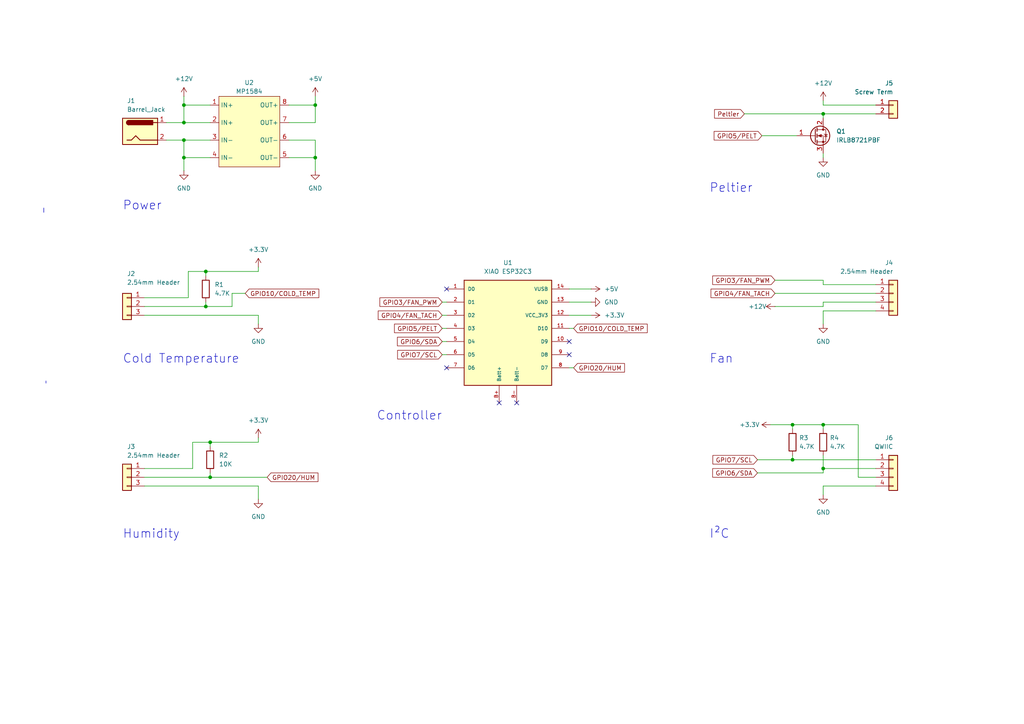
<source format=kicad_sch>
(kicad_sch (version 20250114) (generator "eeschema") (generator_version "9.0")
  (paper "A4")
  (title_block (title "Dehumidifier Controller"))
  (lib_symbols
    (symbol "Connector_Generic:Conn_01x02" (pin_names (offset 1.016) (hide yes))
      (property "Reference" "J" (at 0 2.54 0))
      (property "Value" "Conn_01x02" (at 0 -5.08 0))
      (symbol "Conn_01x02_1_1"
        (rectangle (start -1.27 1.27) (end 1.27 -3.81) (stroke (width 0.254)) (fill (type background)))
        (rectangle (start -1.27 0.127) (end 0 -0.127) (stroke (width 0.1524)))
        (rectangle (start -1.27 -2.413) (end 0 -2.667) (stroke (width 0.1524)))
        (pin passive line (at -5.08 0 0) (length 3.81) (name "Pin_1") (number "1"))
        (pin passive line (at -5.08 -2.54 0) (length 3.81) (name "Pin_2") (number "2"))
      )
    )
    (symbol "Connector_Generic:Conn_01x03" (pin_names (offset 1.016) (hide yes))
      (property "Reference" "J" (at 0 5.08 0))
      (property "Value" "Conn_01x03" (at 0 -5.08 0))
      (symbol "Conn_01x03_1_1"
        (rectangle (start -1.27 3.81) (end 1.27 -3.81) (stroke (width 0.254)) (fill (type background)))
        (rectangle (start -1.27 2.667) (end 0 2.413) (stroke (width 0.1524)))
        (rectangle (start -1.27 0.127) (end 0 -0.127) (stroke (width 0.1524)))
        (rectangle (start -1.27 -2.413) (end 0 -2.667) (stroke (width 0.1524)))
        (pin passive line (at -5.08 2.54 0) (length 3.81) (name "Pin_1") (number "1"))
        (pin passive line (at -5.08 0 0) (length 3.81) (name "Pin_2") (number "2"))
        (pin passive line (at -5.08 -2.54 0) (length 3.81) (name "Pin_3") (number "3"))
      )
    )
    (symbol "Connector_Generic:Conn_01x04" (pin_names (offset 1.016) (hide yes))
      (property "Reference" "J" (at 0 5.08 0))
      (property "Value" "Conn_01x04" (at 0 -7.62 0))
      (symbol "Conn_01x04_1_1"
        (rectangle (start -1.27 3.81) (end 1.27 -6.35) (stroke (width 0.254)) (fill (type background)))
        (rectangle (start -1.27 2.667) (end 0 2.413) (stroke (width 0.1524)))
        (rectangle (start -1.27 0.127) (end 0 -0.127) (stroke (width 0.1524)))
        (rectangle (start -1.27 -2.413) (end 0 -2.667) (stroke (width 0.1524)))
        (rectangle (start -1.27 -4.953) (end 0 -5.207) (stroke (width 0.1524)))
        (pin passive line (at -5.08 2.54 0) (length 3.81) (name "Pin_1") (number "1"))
        (pin passive line (at -5.08 0 0) (length 3.81) (name "Pin_2") (number "2"))
        (pin passive line (at -5.08 -2.54 0) (length 3.81) (name "Pin_3") (number "3"))
        (pin passive line (at -5.08 -5.08 0) (length 3.81) (name "Pin_4") (number "4"))
      )
    )
    (symbol "Device:R" (pin_numbers (hide yes)) (pin_names (offset 0))
      (property "Reference" "R" (at 2.032 0 90))
      (property "Value" "R" (at 0 0 90))
      (symbol "R_0_1"
        (rectangle (start -1.016 -2.54) (end 1.016 2.54) (stroke (width 0.254)))
      )
      (symbol "R_1_1"
        (pin passive line (at 0 3.81 270) (length 1.27) (name "~") (number "1"))
        (pin passive line (at 0 -3.81 90) (length 1.27) (name "~") (number "2"))
      )
    )
    (symbol "MCU_Module:XIAO ESP32C3" (pin_names (offset 1.016))
      (property "Reference" "U" (at -12.7 16.002 0))
      (property "Value" "XIAO ESP32C3" (at 7.62 -19.05 0))
      (symbol "XIAO ESP32C3_0_0"
        (rectangle (start -12.7 15.24) (end 12.7 -15.24) (stroke (width 0.254)) (fill (type background)))
        (pin bidirectional line (at -17.78 12.7 0) (length 5.08) (name "D0") (number "1"))
        (pin bidirectional line (at -17.78 8.89 0) (length 5.08) (name "D1") (number "2"))
        (pin bidirectional line (at -17.78 5.08 0) (length 5.08) (name "D2") (number "3"))
        (pin bidirectional line (at -17.78 1.27 0) (length 5.08) (name "D3") (number "4"))
        (pin bidirectional line (at -17.78 -2.54 0) (length 5.08) (name "D4") (number "5"))
        (pin bidirectional line (at -17.78 -6.35 0) (length 5.08) (name "D5") (number "6"))
        (pin power_in line (at 17.78 12.7 180) (length 5.08) (name "VUSB") (number "14"))
        (pin power_in line (at 17.78 8.89 180) (length 5.08) (name "GND") (number "13"))
        (pin bidirectional line (at 17.78 1.27 180) (length 5.08) (name "D10") (number "11"))
        (pin bidirectional line (at 17.78 -2.54 180) (length 5.08) (name "D9") (number "10"))
        (pin bidirectional line (at 17.78 -6.35 180) (length 5.08) (name "D8") (number "9"))
      )
      (symbol "XIAO ESP32C3_1_0"
        (pin bidirectional line (at -17.78 -10.16 0) (length 5.08) (name "D6") (number "7"))
        (pin power_in line (at -2.54 -20.32 90) (length 5.08) (name "Batt+") (number "B+"))
        (pin power_in line (at 2.54 -20.32 90) (length 5.08) (name "Batt-") (number "B-"))
        (pin power_out line (at 17.78 5.08 180) (length 5.08) (name "VCC_3V3") (number "12"))
        (pin bidirectional line (at 17.78 -10.16 180) (length 5.08) (name "D7") (number "8"))
      )
    )
    (symbol "Project_Symbols:Barrel_Jack" (pin_names (offset 1.016))
      (property "Reference" "J***" (at -3.81 8.89 0))
      (property "Value" "Barrel_Jack" (at -3.81 6.35 0))
      (symbol "Barrel_Jack_0_1"
        (rectangle (start -5.08 3.81) (end 5.08 -3.81) (stroke (width 0.254)) (fill (type background)))
        (polyline (pts (xy -3.81 -2.54) (xy -2.54 -2.54) (xy -1.27 -1.27) (xy 0 -2.54) (xy 2.54 -2.54) (xy 5.08 -2.54)) (stroke (width 0.254)))
        (arc (start -3.302 1.905) (mid -3.9343 2.54) (end -3.302 3.175) (stroke (width 0.254)))
        (arc (start -3.302 1.905) (mid -3.9343 2.54) (end -3.302 3.175) (stroke (width 0.254)) (fill (type outline)))
        (rectangle (start 3.683 3.175) (end -3.302 1.905) (stroke (width 0.254)) (fill (type outline)))
        (polyline (pts (xy 5.08 2.54) (xy 3.81 2.54)) (stroke (width 0.254)))
      )
      (symbol "Barrel_Jack_1_1"
        (pin power_out line (at 7.62 2.54 180) (length 2.54) (name "~") (number "1"))
        (pin passive line (at 7.62 -2.54 180) (length 2.54) (name "~") (number "2"))
      )
    )
    (symbol "Project_Symbols:MP1584"
      (property "Reference" "U" (at 0 0 0))
      (property "Value" "MP1584" (at 0 11.43 0))
      (symbol "MP1584_1_1"
        (rectangle (start -8.89 10.16) (end 8.78 -10.32) (fill (type background)))
        (pin power_in line (at -11.43 7.62 0) (length 2.54) (name "IN+") (number "1"))
        (pin power_in line (at -11.43 2.54 0) (length 2.54) (name "IN+") (number "2"))
        (pin power_in line (at -11.43 -2.54 0) (length 2.54) (name "IN-") (number "3"))
        (pin power_in line (at -11.43 -7.62 0) (length 2.54) (name "IN-") (number "4"))
        (pin power_out line (at 11.43 7.62 180) (length 2.54) (name "OUT+") (number "8"))
        (pin passive line (at 11.43 2.54 180) (length 2.54) (name "OUT+") (number "7"))
        (pin passive line (at 11.43 -2.54 180) (length 2.54) (name "OUT-") (number "6"))
        (pin power_out line (at 11.43 -7.62 180) (length 2.54) (name "OUT-") (number "5"))
      )
    )
    (symbol "Transistor_FET:IRLB8721PBF" (pin_names (hide yes))
      (property "Reference" "Q" (at 5.08 1.905 0))
      (property "Value" "IRLB8721PBF" (at 5.08 0 0))
      (symbol "IRLB8721PBF_0_1"
        (polyline (pts (xy 0.254 1.905) (xy 0.254 -1.905)) (stroke (width 0.254)))
        (polyline (pts (xy 0.254 0) (xy -2.54 0)))
        (polyline (pts (xy 0.762 2.286) (xy 0.762 1.27)) (stroke (width 0.254)))
        (polyline (pts (xy 0.762 0.508) (xy 0.762 -0.508)) (stroke (width 0.254)))
        (polyline (pts (xy 0.762 -1.27) (xy 0.762 -2.286)) (stroke (width 0.254)))
        (polyline (pts (xy 0.762 -1.778) (xy 3.302 -1.778) (xy 3.302 1.778) (xy 0.762 1.778)))
        (polyline (pts (xy 1.016 0) (xy 2.032 0.381) (xy 2.032 -0.381) (xy 1.016 0)) (fill (type outline)))
        (circle (center 1.651 0) (radius 2.794) (stroke (width 0.254)))
        (polyline (pts (xy 2.54 2.54) (xy 2.54 1.778)))
        (circle (center 2.54 1.778) (radius 0.254) (fill (type outline)))
        (circle (center 2.54 -1.778) (radius 0.254) (fill (type outline)))
        (polyline (pts (xy 2.54 -2.54) (xy 2.54 0) (xy 0.762 0)))
        (polyline (pts (xy 2.794 0.508) (xy 2.921 0.381) (xy 3.683 0.381) (xy 3.81 0.254)))
        (polyline (pts (xy 3.302 0.381) (xy 2.921 -0.254) (xy 3.683 -0.254) (xy 3.302 0.381)))
      )
      (symbol "IRLB8721PBF_1_1"
        (pin input line (at -5.08 0 0) (length 2.54) (name "G") (number "1"))
        (pin passive line (at 2.54 5.08 270) (length 2.54) (name "D") (number "2"))
        (pin passive line (at 2.54 -5.08 90) (length 2.54) (name "S") (number "3"))
      )
    )
    (symbol "power:+12V" (power) (pin_numbers (hide yes)) (pin_names (offset 0) (hide yes))
      (property "Value" "+12V" (at 0 3.556 0))
      (symbol "+12V_0_1"
        (polyline (pts (xy -0.762 1.27) (xy 0 2.54)))
        (polyline (pts (xy 0 2.54) (xy 0.762 1.27)))
        (polyline (pts (xy 0 0) (xy 0 2.54)))
      )
      (symbol "+12V_1_1"
        (pin power_in line (at 0 0 90) (length 0) (name "~") (number "1"))
      )
    )
    (symbol "power:+3.3V" (power) (pin_numbers (hide yes)) (pin_names (offset 0) (hide yes))
      (property "Value" "+3.3V" (at 0 3.556 0))
      (symbol "+3.3V_0_1"
        (polyline (pts (xy -0.762 1.27) (xy 0 2.54)))
        (polyline (pts (xy 0 2.54) (xy 0.762 1.27)))
        (polyline (pts (xy 0 0) (xy 0 2.54)))
      )
      (symbol "+3.3V_1_1"
        (pin power_in line (at 0 0 90) (length 0) (name "~") (number "1"))
      )
    )
    (symbol "power:+5V" (power) (pin_numbers (hide yes)) (pin_names (offset 0) (hide yes))
      (property "Value" "+5V" (at 0 3.556 0))
      (symbol "+5V_0_1"
        (polyline (pts (xy -0.762 1.27) (xy 0 2.54)))
        (polyline (pts (xy 0 2.54) (xy 0.762 1.27)))
        (polyline (pts (xy 0 0) (xy 0 2.54)))
      )
      (symbol "+5V_1_1"
        (pin power_in line (at 0 0 90) (length 0) (name "~") (number "1"))
      )
    )
    (symbol "power:GND" (power) (pin_numbers (hide yes)) (pin_names (offset 0) (hide yes))
      (property "Value" "GND" (at 0 -3.81 0))
      (symbol "GND_0_1"
        (polyline (pts (xy 0 0) (xy 0 -1.27) (xy 1.27 -1.27) (xy 0 -2.54) (xy -1.27 -1.27) (xy 0 -1.27)))
      )
      (symbol "GND_1_1"
        (pin power_in line (at 0 0 270) (length 0) (name "~") (number "1"))
      )
    )
  )
  (text "Power" (at 35.56 59.69 0) (effects (font (size 2.54 2.54)) (justify left)))
  (text "Peltier\n" (at 205.74 54.61 0) (effects (font (size 2.54 2.54)) (justify left)))
  (text "Humidity" (at 35.56 154.94 0) (effects (font (size 2.54 2.54)) (justify left)))
  (text "Controller" (at 109.22 120.65 0) (effects (font (size 2.54 2.54)) (justify left)))
  (text "Fan" (at 205.74 104.14 0) (effects (font (size 2.54 2.54)) (justify left)))
  (text "I²C" (at 205.74 154.94 0) (effects (font (size 2.54 2.54)) (justify left)))
  (text "Cold Temperature" (at 35.56 104.14 0) (effects (font (size 2.54 2.54)) (justify left)))
  (junction (at 91.44 30.48))
  (junction (at 229.87 133.35))
  (junction (at 59.69 88.9))
  (junction (at 53.34 45.72))
  (junction (at 229.87 123.19))
  (junction (at 53.34 35.56))
  (junction (at 60.96 128.27))
  (junction (at 91.44 45.72))
  (junction (at 53.34 40.64))
  (junction (at 238.76 33.02))
  (junction (at 238.76 123.19))
  (junction (at 53.34 30.48))
  (junction (at 59.69 78.74))
  (junction (at 60.96 138.43))
  (junction (at 238.76 135.89))
  (no_connect (at 144.78 116.84))
  (no_connect (at 129.54 106.68))
  (no_connect (at 149.86 116.84))
  (no_connect (at 129.54 83.82))
  (no_connect (at 165.1 102.87))
  (no_connect (at 165.1 99.06))
  (wire (pts (xy 238.76 123.19) (xy 248.92 123.19)))
  (wire (pts (xy 83.82 40.64) (xy 91.44 40.64)))
  (wire (pts (xy 238.76 81.28) (xy 224.79 81.28)))
  (wire (pts (xy 74.93 140.97) (xy 41.91 140.97)))
  (wire (pts (xy 91.44 40.64) (xy 91.44 45.72)))
  (wire (pts (xy 53.34 45.72) (xy 60.96 45.72)))
  (wire (pts (xy 229.87 132.08) (xy 229.87 133.35)))
  (wire (pts (xy 215.9 33.02) (xy 238.76 33.02)))
  (wire (pts (xy 238.76 140.97) (xy 238.76 143.51)))
  (wire (pts (xy 74.93 78.74) (xy 59.69 78.74)))
  (wire (pts (xy 54.61 78.74) (xy 54.61 86.36)))
  (wire (pts (xy 41.91 88.9) (xy 59.69 88.9)))
  (wire (pts (xy 229.87 123.19) (xy 238.76 123.19)))
  (wire (pts (xy 67.31 88.9) (xy 67.31 85.09)))
  (wire (pts (xy 60.96 137.16) (xy 60.96 138.43)))
  (wire (pts (xy 238.76 82.55) (xy 238.76 81.28)))
  (wire (pts (xy 83.82 45.72) (xy 91.44 45.72)))
  (polyline (pts (xy 13.335 110.49) (xy 13.335 111.125)))
  (wire (pts (xy 128.27 102.87) (xy 129.54 102.87)))
  (wire (pts (xy 53.34 45.72) (xy 53.34 49.53)))
  (wire (pts (xy 219.71 133.35) (xy 229.87 133.35)))
  (wire (pts (xy 219.71 137.16) (xy 238.76 137.16)))
  (wire (pts (xy 238.76 135.89) (xy 254 135.89)))
  (wire (pts (xy 53.34 40.64) (xy 60.96 40.64)))
  (wire (pts (xy 166.37 95.25) (xy 165.1 95.25)))
  (wire (pts (xy 165.1 83.82) (xy 171.45 83.82)))
  (wire (pts (xy 53.34 27.94) (xy 53.34 30.48)))
  (wire (pts (xy 165.1 87.63) (xy 171.45 87.63)))
  (wire (pts (xy 254 87.63) (xy 238.76 87.63)))
  (wire (pts (xy 238.76 88.9) (xy 224.79 88.9)))
  (wire (pts (xy 55.88 135.89) (xy 55.88 128.27)))
  (wire (pts (xy 59.69 88.9) (xy 67.31 88.9)))
  (wire (pts (xy 41.91 138.43) (xy 60.96 138.43)))
  (wire (pts (xy 248.92 123.19) (xy 248.92 138.43)))
  (wire (pts (xy 54.61 86.36) (xy 41.91 86.36)))
  (wire (pts (xy 128.27 91.44) (xy 129.54 91.44)))
  (wire (pts (xy 165.1 106.68) (xy 166.37 106.68)))
  (wire (pts (xy 238.76 90.17) (xy 238.76 93.98)))
  (wire (pts (xy 128.27 87.63) (xy 129.54 87.63)))
  (wire (pts (xy 74.93 144.78) (xy 74.93 140.97)))
  (wire (pts (xy 238.76 33.02) (xy 238.76 34.29)))
  (wire (pts (xy 128.27 95.25) (xy 129.54 95.25)))
  (wire (pts (xy 74.93 93.98) (xy 74.93 91.44)))
  (wire (pts (xy 238.76 30.48) (xy 254 30.48)))
  (wire (pts (xy 59.69 78.74) (xy 59.69 80.01)))
  (wire (pts (xy 238.76 123.19) (xy 238.76 124.46)))
  (wire (pts (xy 229.87 123.19) (xy 229.87 124.46)))
  (wire (pts (xy 254 140.97) (xy 238.76 140.97)))
  (wire (pts (xy 238.76 137.16) (xy 238.76 135.89)))
  (wire (pts (xy 254 82.55) (xy 238.76 82.55)))
  (wire (pts (xy 91.44 35.56) (xy 83.82 35.56)))
  (wire (pts (xy 60.96 128.27) (xy 74.93 128.27)))
  (wire (pts (xy 59.69 78.74) (xy 54.61 78.74)))
  (wire (pts (xy 74.93 128.27) (xy 74.93 127)))
  (wire (pts (xy 248.92 138.43) (xy 254 138.43)))
  (wire (pts (xy 91.44 45.72) (xy 91.44 49.53)))
  (wire (pts (xy 229.87 133.35) (xy 254 133.35)))
  (wire (pts (xy 53.34 30.48) (xy 53.34 35.56)))
  (wire (pts (xy 53.34 40.64) (xy 53.34 45.72)))
  (wire (pts (xy 223.52 123.19) (xy 229.87 123.19)))
  (wire (pts (xy 238.76 30.48) (xy 238.76 29.21)))
  (wire (pts (xy 60.96 138.43) (xy 77.47 138.43)))
  (wire (pts (xy 74.93 77.47) (xy 74.93 78.74)))
  (wire (pts (xy 128.27 99.06) (xy 129.54 99.06)))
  (wire (pts (xy 238.76 87.63) (xy 238.76 88.9)))
  (wire (pts (xy 67.31 85.09) (xy 71.12 85.09)))
  (wire (pts (xy 41.91 135.89) (xy 55.88 135.89)))
  (wire (pts (xy 53.34 30.48) (xy 60.96 30.48)))
  (wire (pts (xy 254 90.17) (xy 238.76 90.17)))
  (wire (pts (xy 91.44 30.48) (xy 91.44 35.56)))
  (wire (pts (xy 224.79 85.09) (xy 254 85.09)))
  (wire (pts (xy 220.98 39.37) (xy 231.14 39.37)))
  (wire (pts (xy 55.88 128.27) (xy 60.96 128.27)))
  (wire (pts (xy 53.34 35.56) (xy 60.96 35.56)))
  (wire (pts (xy 238.76 33.02) (xy 254 33.02)))
  (polyline (pts (xy 12.7 60.325) (xy 12.7 61.595)))
  (wire (pts (xy 91.44 27.94) (xy 91.44 30.48)))
  (wire (pts (xy 60.96 128.27) (xy 60.96 129.54)))
  (wire (pts (xy 48.26 40.64) (xy 53.34 40.64)))
  (wire (pts (xy 48.26 35.56) (xy 53.34 35.56)))
  (wire (pts (xy 83.82 30.48) (xy 91.44 30.48)))
  (wire (pts (xy 238.76 44.45) (xy 238.76 45.72)))
  (wire (pts (xy 165.1 91.44) (xy 171.45 91.44)))
  (wire (pts (xy 59.69 87.63) (xy 59.69 88.9)))
  (wire (pts (xy 238.76 135.89) (xy 238.76 132.08)))
  (wire (pts (xy 74.93 91.44) (xy 41.91 91.44)))
  (global_label "GPIO6{slash}SDA" (shape input) (at 128.27 99.06 180) (property "Intersheetrefs" "${INTERSHEET_REFS}" (effects (hide yes))))
  (global_label "Peltier" (shape input) (at 215.9 33.02 180) (property "Intersheetrefs" "${INTERSHEET_REFS}" (effects (hide yes))))
  (global_label "GPIO4{slash}FAN_TACH" (shape input) (at 128.27 91.44 180) (property "Intersheetrefs" "${INTERSHEET_REFS}" (effects (hide yes))))
  (global_label "GPIO7{slash}SCL" (shape input) (at 128.27 102.87 180) (property "Intersheetrefs" "${INTERSHEET_REFS}" (effects (hide yes))))
  (global_label "GPIO3{slash}FAN_PWM" (shape input) (at 224.79 81.28 180) (property "Intersheetrefs" "${INTERSHEET_REFS}" (effects (hide yes))))
  (global_label "GPIO5{slash}PELT" (shape input) (at 128.27 95.25 180) (property "Intersheetrefs" "${INTERSHEET_REFS}" (effects (hide yes))))
  (global_label "GPIO5{slash}PELT" (shape input) (at 220.98 39.37 180) (property "Intersheetrefs" "${INTERSHEET_REFS}" (effects (hide yes))))
  (global_label "GPIO6{slash}SDA" (shape input) (at 219.71 137.16 180) (property "Intersheetrefs" "${INTERSHEET_REFS}" (effects (hide yes))))
  (global_label "GPIO4{slash}FAN_TACH" (shape input) (at 224.79 85.09 180) (property "Intersheetrefs" "${INTERSHEET_REFS}" (effects (hide yes))))
  (global_label "GPIO20/HUM" (shape input) (at 166.37 106.68 0) (property "Intersheetrefs" "${INTERSHEET_REFS}" (effects (hide yes))))
  (global_label "GPIO3{slash}FAN_PWM" (shape input) (at 128.27 87.63 180) (property "Intersheetrefs" "${INTERSHEET_REFS}" (effects (hide yes))))
  (global_label "GPIO10{slash}COLD_TEMP" (shape input) (at 71.12 85.09 0) (property "Intersheetrefs" "${INTERSHEET_REFS}" (effects (hide yes))))
  (global_label "GPIO7{slash}SCL" (shape input) (at 219.71 133.35 180) (property "Intersheetrefs" "${INTERSHEET_REFS}" (effects (hide yes))))
  (global_label "GPIO20{slash}HUM" (shape input) (at 77.47 138.43 0) (property "Intersheetrefs" "${INTERSHEET_REFS}" (effects (hide yes))))
  (global_label "GPIO10{slash}COLD_TEMP" (shape input) (at 166.37 95.25 0) (property "Intersheetrefs" "${INTERSHEET_REFS}" (effects (hide yes))))
  (symbol (lib_id "power:+12V") (at 224.79 88.9 90) (unit 1)
    (property "Reference" "#PWR014" (effects (hide yes)))
    (property "Value" "+12V" (at 219.71 88.9 90))
    (property "Description" "Power symbol creates a global label with name \"+12V\"" (effects (hide yes)))
  )
  (symbol (lib_id "Connector_Generic:Conn_01x04") (at 259.08 135.89 0) (unit 1)
    (property "Reference" "J6" (at 259.08 127 0) (effects (justify right)))
    (property "Value" "QWIIC" (at 259.08 129.54 0) (effects (justify right)))
    (property "Footprint" "Connector_JST:JST_SH_BM04B-SRSS-TB_1x04-1MP_P1.00mm_Vertical" (effects (hide yes)))
    (property "Description" "Generic connector, single row, 01x04, script generated (kicad-library-utils/schlib/autogen/connector/)" (effects (hide yes)))
  )
  (symbol (lib_id "Connector_Generic:Conn_01x02") (at 259.08 30.48 0) (unit 1)
    (property "Reference" "J5" (at 259.08 24.13 0) (effects (justify right)))
    (property "Value" "Screw Term" (at 259.08 26.67 0) (effects (justify right)))
    (property "Footprint" "TerminalBlock_Phoenix:TerminalBlock_Phoenix_PT-1,5-2-3.5-H_1x02_P3.50mm_Horizontal" (effects (hide yes)))
    (property "Description" "Generic connector, single row, 01x02, script generated (kicad-library-utils/schlib/autogen/connector/)" (effects (hide yes)))
  )
  (symbol (lib_id "power:+3.3V") (at 74.93 127 0) (unit 1)
    (property "Reference" "#PWR07" (effects (hide yes)))
    (property "Value" "+3.3V" (at 74.93 121.92 0))
    (property "Description" "Power symbol creates a global label with name \"+3.3V\"" (effects (hide yes)))
  )
  (symbol (lib_id "power:GND") (at 91.44 49.53 0) (unit 1)
    (property "Reference" "#PWR02" (effects (hide yes)))
    (property "Value" "GND" (at 91.44 54.61 0))
    (property "Description" "Power symbol creates a global label with name \"GND\" , ground" (effects (hide yes)))
  )
  (symbol (lib_id "Project_Symbols:MP1584") (at 72.39 38.1 0) (unit 1)
    (property "Reference" "U2" (at 72.276 23.968 0))
    (property "Value" "MP1584" (at 72.276 26.508 0))
    (property "Footprint" "Library:MP1584_PCB" (effects (hide yes)))
  )
  (symbol (lib_id "Device:R") (at 238.76 128.27 0) (unit 1)
    (property "Reference" "R4" (at 240.665 126.9999 0) (effects (justify left)))
    (property "Value" "4.7K" (at 240.665 129.5399 0) (effects (justify left)))
    (property "Footprint" "Resistor_THT:R_Axial_DIN0207_L6.3mm_D2.5mm_P10.16mm_Horizontal" (effects (hide yes)))
    (property "Description" "Resistor" (effects (hide yes)))
  )
  (symbol (lib_id "power:+12V") (at 223.52 123.19 90) (unit 1)
    (property "Reference" "#PWR017" (effects (hide yes)))
    (property "Value" "+3.3V" (at 220.345 123.1899 90) (effects (justify left)))
    (property "Description" "Power symbol creates a global label with name \"+12V\"" (effects (hide yes)))
  )
  (symbol (lib_id "power:+12V") (at 238.76 29.21 0) (unit 1)
    (property "Reference" "#PWR05" (effects (hide yes)))
    (property "Value" "+12V" (at 238.76 24.13 0))
    (property "Description" "Power symbol creates a global label with name \"+12V\"" (effects (hide yes)))
  )
  (symbol (lib_id "power:+3.3V") (at 74.93 77.47 0) (unit 1)
    (property "Reference" "#PWR06" (effects (hide yes)))
    (property "Value" "+3.3V" (at 74.93 72.39 0))
    (property "Description" "Power symbol creates a global label with name \"+3.3V\"" (effects (hide yes)))
  )
  (symbol (lib_id "power:GND") (at 238.76 45.72 0) (unit 1)
    (property "Reference" "#PWR013" (effects (hide yes)))
    (property "Value" "GND" (at 238.76 50.8 0))
    (property "Description" "Power symbol creates a global label with name \"GND\" , ground" (effects (hide yes)))
  )
  (symbol (lib_id "Connector_Generic:Conn_01x03") (at 36.83 88.9 0) (mirror y) (unit 1)
    (property "Reference" "J2" (at 36.83 79.375 0) (effects (justify right)))
    (property "Value" "2.54mm Header" (at 36.83 81.915 0) (effects (justify right)))
    (property "Footprint" "Connector_PinHeader_2.54mm:PinHeader_1x03_P2.54mm_Vertical" (effects (hide yes)))
    (property "Description" "Generic connector, single row, 01x03, script generated (kicad-library-utils/schlib/autogen/connector/)" (effects (hide yes)))
  )
  (symbol (lib_id "Transistor_FET:IRLB8721PBF") (at 236.22 39.37 0) (unit 1)
    (property "Reference" "Q1" (at 242.57 38.0999 0) (effects (justify left)))
    (property "Value" "IRLB8721PBF" (at 242.57 40.6399 0) (effects (justify left)))
    (property "Footprint" "Package_TO_SOT_THT:TO-220-3_Vertical" (effects (hide yes)))
    (property "Datasheet" "http://www.infineon.com/dgdl/irlb8721pbf.pdf?fileId=5546d462533600a40153566056732591" (effects (hide yes)))
    (property "Description" "62A Id, 30V Vds, 8.7 mOhm Rds, N-Channel HEXFET Power MOSFET, TO-220" (effects (hide yes)))
  )
  (symbol (lib_id "MCU_Module:XIAO ESP32C3") (at 147.32 96.52 0) (unit 1)
    (property "Reference" "U1" (at 147.32 76.2 0))
    (property "Value" "XIAO ESP32C3" (at 147.32 78.74 0))
    (property "Footprint" "Library:XIAO_on_Sockets" (effects (hide yes)))
    (property "Datasheet" "https://files.seeedstudio.com/wiki/Seeed-Studio-XIAO-ESP32/esp32-c3_datasheet.pdf" (effects (hide yes)))
    (property "Description" "ESP32C3 Transceiver Evaluation Board" (effects (hide yes)))
    (property "MANUFACTURER" "Seeed Technology" (effects (hide yes)))
  )
  (symbol (lib_id "power:GND") (at 171.45 87.63 90) (unit 1)
    (property "Reference" "#PWR010" (effects (hide yes)))
    (property "Value" "GND" (at 175.26 87.6299 90) (effects (justify right)))
    (property "Description" "Power symbol creates a global label with name \"GND\" , ground" (effects (hide yes)))
  )
  (symbol (lib_id "power:GND") (at 238.76 93.98 0) (unit 1)
    (property "Reference" "#PWR015" (effects (hide yes)))
    (property "Value" "GND" (at 238.76 99.06 0))
    (property "Description" "Power symbol creates a global label with name \"GND\" , ground" (effects (hide yes)))
  )
  (symbol (lib_id "power:+5V") (at 91.44 27.94 0) (unit 1)
    (property "Reference" "#PWR04" (effects (hide yes)))
    (property "Value" "+5V" (at 91.44 22.86 0))
    (property "Description" "Power symbol creates a global label with name \"+5V\"" (effects (hide yes)))
  )
  (symbol (lib_id "power:GND") (at 74.93 93.98 0) (unit 1)
    (property "Reference" "#PWR03" (effects (hide yes)))
    (property "Value" "GND" (at 74.93 99.06 0))
    (property "Description" "Power symbol creates a global label with name \"GND\" , ground" (effects (hide yes)))
  )
  (symbol (lib_id "Project_Symbols:Barrel_Jack") (at 40.64 38.1 0) (unit 1)
    (property "Reference" "J1" (at 36.83 29.21 0) (effects (justify left)))
    (property "Value" "Barrel_Jack" (at 36.83 31.75 0) (effects (justify left)))
    (property "Footprint" "Connector_BarrelJack:BarrelJack_CUI_PJ-102AH_Horizontal" (effects (hide yes)))
    (property "Description" "DC Barrel Jack" (effects (hide yes)))
  )
  (symbol (lib_id "power:+5V") (at 171.45 83.82 270) (unit 1)
    (property "Reference" "#PWR09" (effects (hide yes)))
    (property "Value" "+5V" (at 175.26 83.8199 90) (effects (justify left)))
    (property "Description" "Power symbol creates a global label with name \"+5V\"" (effects (hide yes)))
  )
  (symbol (lib_id "power:+3.3V") (at 171.45 91.44 270) (unit 1)
    (property "Reference" "#PWR011" (effects (hide yes)))
    (property "Value" "+3.3V" (at 175.26 91.4399 90) (effects (justify left)))
    (property "Description" "Power symbol creates a global label with name \"+3.3V\"" (effects (hide yes)))
  )
  (symbol (lib_id "power:+12V") (at 53.34 27.94 0) (unit 1)
    (property "Reference" "#PWR08" (effects (hide yes)))
    (property "Value" "+12V" (at 53.34 22.86 0))
    (property "Description" "Power symbol creates a global label with name \"+12V\"" (effects (hide yes)))
  )
  (symbol (lib_id "Connector_Generic:Conn_01x04") (at 259.08 85.09 0) (unit 1)
    (property "Reference" "J4" (at 259.08 76.2 0) (effects (justify right)))
    (property "Value" "2.54mm Header" (at 259.08 78.74 0) (effects (justify right)))
    (property "Footprint" "Connector_PinHeader_2.54mm:PinHeader_1x04_P2.54mm_Vertical" (effects (hide yes)))
    (property "Description" "Generic connector, single row, 01x04, script generated (kicad-library-utils/schlib/autogen/connector/)" (effects (hide yes)))
  )
  (symbol (lib_id "power:GND") (at 53.34 49.53 0) (unit 1)
    (property "Reference" "#PWR01" (effects (hide yes)))
    (property "Value" "GND" (at 53.34 54.61 0))
    (property "Description" "Power symbol creates a global label with name \"GND\" , ground" (effects (hide yes)))
  )
  (symbol (lib_id "Connector_Generic:Conn_01x03") (at 36.83 138.43 0) (mirror y) (unit 1)
    (property "Reference" "J3" (at 36.83 129.54 0) (effects (justify right)))
    (property "Value" "2.54mm Header" (at 36.83 132.08 0) (effects (justify right)))
    (property "Footprint" "Connector_PinHeader_2.54mm:PinHeader_1x03_P2.54mm_Vertical" (effects (hide yes)))
    (property "Description" "Generic connector, single row, 01x03, script generated (kicad-library-utils/schlib/autogen/connector/)" (effects (hide yes)))
  )
  (symbol (lib_id "Device:R") (at 229.87 128.27 0) (unit 1)
    (property "Reference" "R3" (at 231.775 126.9999 0) (effects (justify left)))
    (property "Value" "4.7K" (at 231.775 129.5399 0) (effects (justify left)))
    (property "Footprint" "Resistor_THT:R_Axial_DIN0207_L6.3mm_D2.5mm_P10.16mm_Horizontal" (effects (hide yes)))
    (property "Description" "Resistor" (effects (hide yes)))
  )
  (symbol (lib_id "Device:R") (at 59.69 83.82 0) (unit 1)
    (property "Reference" "R1" (at 62.23 82.5499 0) (effects (justify left)))
    (property "Value" "4.7K" (at 62.23 85.0899 0) (effects (justify left)))
    (property "Footprint" "Resistor_THT:R_Axial_DIN0207_L6.3mm_D2.5mm_P10.16mm_Horizontal" (effects (hide yes)))
    (property "Description" "Resistor" (effects (hide yes)))
  )
  (symbol (lib_id "power:GND") (at 74.93 144.78 0) (unit 1)
    (property "Reference" "#PWR012" (effects (hide yes)))
    (property "Value" "GND" (at 74.93 149.86 0))
    (property "Description" "Power symbol creates a global label with name \"GND\" , ground" (effects (hide yes)))
  )
  (symbol (lib_id "Device:R") (at 60.96 133.35 0) (unit 1)
    (property "Reference" "R2" (at 63.5 132.0799 0) (effects (justify left)))
    (property "Value" "10K" (at 63.5 134.6199 0) (effects (justify left)))
    (property "Footprint" "Resistor_THT:R_Axial_DIN0207_L6.3mm_D2.5mm_P10.16mm_Horizontal" (effects (hide yes)))
    (property "Description" "Resistor" (effects (hide yes)))
  )
  (symbol (lib_id "power:GND") (at 238.76 143.51 0) (unit 1)
    (property "Reference" "#PWR016" (effects (hide yes)))
    (property "Value" "GND" (at 238.76 148.59 0))
    (property "Description" "Power symbol creates a global label with name \"GND\" , ground" (effects (hide yes)))
  )
)
</source>
